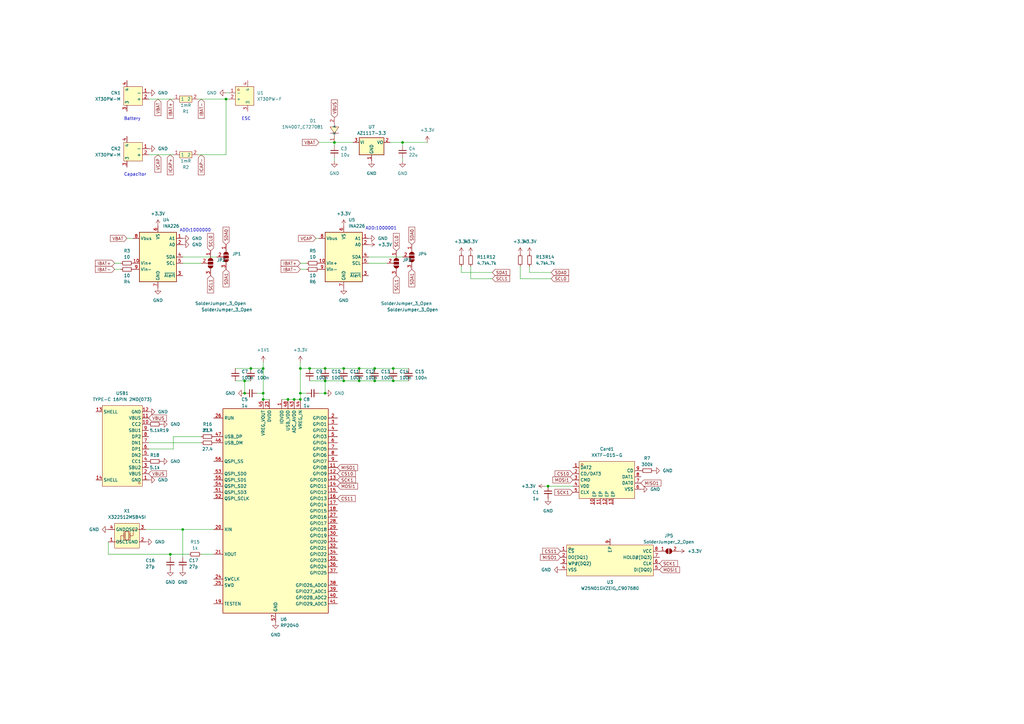
<source format=kicad_sch>
(kicad_sch (version 20230121) (generator eeschema)
  (paper "A3")
  (lib_symbols
    (symbol "Device:C_Small" (pin_numbers hide) (pin_names (offset 0.254) hide)
      (property "Reference" "C" (at 0.254 1.778 0))
      (property "Value" "C_Small" (at 0.254 -2.032 0))
      (symbol "C_Small_0_1"
        (polyline (pts (xy -1.524 -0.508) (xy 1.524 -0.508)) (stroke (width 0.3302)))
        (polyline (pts (xy -1.524 0.508) (xy 1.524 0.508)) (stroke (width 0.3048)))
      )
      (symbol "C_Small_1_1"
        (pin passive line (at 0 2.54 270) (length 2.032) (name "~") (number "1"))
        (pin passive line (at 0 -2.54 90) (length 2.032) (name "~") (number "2"))
      )
    )
    (symbol "Device:R_Small" (pin_numbers hide) (pin_names (offset 0.254) hide)
      (property "Reference" "R" (at 0.762 0.508 0))
      (property "Value" "R_Small" (at 0.762 -1.016 0))
      (symbol "R_Small_0_1"
        (rectangle (start -0.762 1.778) (end 0.762 -1.778) (stroke (width 0.2032)))
      )
      (symbol "R_Small_1_1"
        (pin passive line (at 0 2.54 270) (length 0.762) (name "~") (number "1"))
        (pin passive line (at 0 -2.54 90) (length 0.762) (name "~") (number "2"))
      )
    )
    (symbol "Jumper:SolderJumper_2_Open" (pin_names (offset 0) hide)
      (property "Reference" "JP" (at 0 2.032 0))
      (property "Value" "SolderJumper_2_Open" (at 0 -2.54 0))
      (symbol "SolderJumper_2_Open_0_1"
        (arc (start -0.254 1.016) (mid -1.2656 0) (end -0.254 -1.016))
        (arc (start -0.254 1.016) (mid -1.2656 0) (end -0.254 -1.016) (fill (type outline)))
        (polyline (pts (xy -0.254 1.016) (xy -0.254 -1.016)))
        (polyline (pts (xy 0.254 1.016) (xy 0.254 -1.016)))
        (arc (start 0.254 -1.016) (mid 1.2656 0) (end 0.254 1.016))
        (arc (start 0.254 -1.016) (mid 1.2656 0) (end 0.254 1.016) (fill (type outline)))
      )
      (symbol "SolderJumper_2_Open_1_1"
        (pin passive line (at -3.81 0 0) (length 2.54) (name "A") (number "1"))
        (pin passive line (at 3.81 0 180) (length 2.54) (name "B") (number "2"))
      )
    )
    (symbol "Jumper:SolderJumper_3_Open" (pin_names (offset 0) hide)
      (property "Reference" "JP" (at -2.54 -2.54 0))
      (property "Value" "SolderJumper_3_Open" (at 0 2.794 0))
      (symbol "SolderJumper_3_Open_0_1"
        (arc (start -1.016 1.016) (mid -2.0276 0) (end -1.016 -1.016))
        (arc (start -1.016 1.016) (mid -2.0276 0) (end -1.016 -1.016) (fill (type outline)))
        (rectangle (start -0.508 1.016) (end 0.508 -1.016) (fill (type outline)))
        (polyline (pts (xy -2.54 0) (xy -2.032 0)))
        (polyline (pts (xy -1.016 1.016) (xy -1.016 -1.016)))
        (polyline (pts (xy 0 -1.27) (xy 0 -1.016)))
        (polyline (pts (xy 1.016 1.016) (xy 1.016 -1.016)))
        (polyline (pts (xy 2.54 0) (xy 2.032 0)))
        (arc (start 1.016 -1.016) (mid 2.0276 0) (end 1.016 1.016))
        (arc (start 1.016 -1.016) (mid 2.0276 0) (end 1.016 1.016) (fill (type outline)))
      )
      (symbol "SolderJumper_3_Open_1_1"
        (pin passive line (at -5.08 0 0) (length 2.54) (name "A") (number "1"))
        (pin passive line (at 0 -3.81 90) (length 2.54) (name "C") (number "2"))
        (pin passive line (at 5.08 0 180) (length 2.54) (name "B") (number "3"))
      )
    )
    (symbol "MCU_RaspberryPi:RP2040"
      (property "Reference" "U" (at 17.78 45.72 0))
      (property "Value" "RP2040" (at 17.78 43.18 0))
      (symbol "RP2040_0_1"
        (rectangle (start -21.59 41.91) (end 21.59 -41.91) (stroke (width 0.254)) (fill (type background)))
      )
      (symbol "RP2040_1_1"
        (pin power_in line (at 2.54 45.72 270) (length 3.81) (name "IOVDD") (number "1"))
        (pin passive line (at 2.54 45.72 270) (length 3.81) hide (name "IOVDD") (number "10"))
        (pin bidirectional line (at 25.4 17.78 180) (length 3.81) (name "GPIO8") (number "11"))
        (pin bidirectional line (at 25.4 15.24 180) (length 3.81) (name "GPIO9") (number "12"))
        (pin bidirectional line (at 25.4 12.7 180) (length 3.81) (name "GPIO10") (number "13"))
        (pin bidirectional line (at 25.4 10.16 180) (length 3.81) (name "GPIO11") (number "14"))
        (pin bidirectional line (at 25.4 7.62 180) (length 3.81) (name "GPIO12") (number "15"))
        (pin bidirectional line (at 25.4 5.08 180) (length 3.81) (name "GPIO13") (number "16"))
        (pin bidirectional line (at 25.4 2.54 180) (length 3.81) (name "GPIO14") (number "17"))
        (pin bidirectional line (at 25.4 0 180) (length 3.81) (name "GPIO15") (number "18"))
        (pin input line (at -25.4 -38.1 0) (length 3.81) (name "TESTEN") (number "19"))
        (pin bidirectional line (at 25.4 38.1 180) (length 3.81) (name "GPIO0") (number "2"))
        (pin input line (at -25.4 -7.62 0) (length 3.81) (name "XIN") (number "20"))
        (pin passive line (at -25.4 -17.78 0) (length 3.81) (name "XOUT") (number "21"))
        (pin passive line (at 2.54 45.72 270) (length 3.81) hide (name "IOVDD") (number "22"))
        (pin power_in line (at -2.54 45.72 270) (length 3.81) (name "DVDD") (number "23"))
        (pin input line (at -25.4 -27.94 0) (length 3.81) (name "SWCLK") (number "24"))
        (pin bidirectional line (at -25.4 -30.48 0) (length 3.81) (name "SWD") (number "25"))
        (pin input line (at -25.4 38.1 0) (length 3.81) (name "RUN") (number "26"))
        (pin bidirectional line (at 25.4 -2.54 180) (length 3.81) (name "GPIO16") (number "27"))
        (pin bidirectional line (at 25.4 -5.08 180) (length 3.81) (name "GPIO17") (number "28"))
        (pin bidirectional line (at 25.4 -7.62 180) (length 3.81) (name "GPIO18") (number "29"))
        (pin bidirectional line (at 25.4 35.56 180) (length 3.81) (name "GPIO1") (number "3"))
        (pin bidirectional line (at 25.4 -10.16 180) (length 3.81) (name "GPIO19") (number "30"))
        (pin bidirectional line (at 25.4 -12.7 180) (length 3.81) (name "GPIO20") (number "31"))
        (pin bidirectional line (at 25.4 -15.24 180) (length 3.81) (name "GPIO21") (number "32"))
        (pin passive line (at 2.54 45.72 270) (length 3.81) hide (name "IOVDD") (number "33"))
        (pin bidirectional line (at 25.4 -17.78 180) (length 3.81) (name "GPIO22") (number "34"))
        (pin bidirectional line (at 25.4 -20.32 180) (length 3.81) (name "GPIO23") (number "35"))
        (pin bidirectional line (at 25.4 -22.86 180) (length 3.81) (name "GPIO24") (number "36"))
        (pin bidirectional line (at 25.4 -25.4 180) (length 3.81) (name "GPIO25") (number "37"))
        (pin bidirectional line (at 25.4 -30.48 180) (length 3.81) (name "GPIO26_ADC0") (number "38"))
        (pin bidirectional line (at 25.4 -33.02 180) (length 3.81) (name "GPIO27_ADC1") (number "39"))
        (pin bidirectional line (at 25.4 33.02 180) (length 3.81) (name "GPIO2") (number "4"))
        (pin bidirectional line (at 25.4 -35.56 180) (length 3.81) (name "GPIO28_ADC2") (number "40"))
        (pin bidirectional line (at 25.4 -38.1 180) (length 3.81) (name "GPIO29_ADC3") (number "41"))
        (pin passive line (at 2.54 45.72 270) (length 3.81) hide (name "IOVDD") (number "42"))
        (pin power_in line (at 7.62 45.72 270) (length 3.81) (name "ADC_AVDD") (number "43"))
        (pin power_in line (at 10.16 45.72 270) (length 3.81) (name "VREG_IN") (number "44"))
        (pin power_out line (at -5.08 45.72 270) (length 3.81) (name "VREG_VOUT") (number "45"))
        (pin bidirectional line (at -25.4 27.94 0) (length 3.81) (name "USB_DM") (number "46"))
        (pin bidirectional line (at -25.4 30.48 0) (length 3.81) (name "USB_DP") (number "47"))
        (pin power_in line (at 5.08 45.72 270) (length 3.81) (name "USB_VDD") (number "48"))
        (pin passive line (at 2.54 45.72 270) (length 3.81) hide (name "IOVDD") (number "49"))
        (pin bidirectional line (at 25.4 30.48 180) (length 3.81) (name "GPIO3") (number "5"))
        (pin passive line (at -2.54 45.72 270) (length 3.81) hide (name "DVDD") (number "50"))
        (pin bidirectional line (at -25.4 7.62 0) (length 3.81) (name "QSPI_SD3") (number "51"))
        (pin output line (at -25.4 5.08 0) (length 3.81) (name "QSPI_SCLK") (number "52"))
        (pin bidirectional line (at -25.4 15.24 0) (length 3.81) (name "QSPI_SD0") (number "53"))
        (pin bidirectional line (at -25.4 10.16 0) (length 3.81) (name "QSPI_SD2") (number "54"))
        (pin bidirectional line (at -25.4 12.7 0) (length 3.81) (name "QSPI_SD1") (number "55"))
        (pin bidirectional line (at -25.4 20.32 0) (length 3.81) (name "QSPI_SS") (number "56"))
        (pin power_in line (at 0 -45.72 90) (length 3.81) (name "GND") (number "57"))
        (pin bidirectional line (at 25.4 27.94 180) (length 3.81) (name "GPIO4") (number "6"))
        (pin bidirectional line (at 25.4 25.4 180) (length 3.81) (name "GPIO5") (number "7"))
        (pin bidirectional line (at 25.4 22.86 180) (length 3.81) (name "GPIO6") (number "8"))
        (pin bidirectional line (at 25.4 20.32 180) (length 3.81) (name "GPIO7") (number "9"))
      )
    )
    (symbol "Regulator_Linear:AZ1117-3.3" (pin_names (offset 0.254))
      (property "Reference" "U" (at -3.81 3.175 0))
      (property "Value" "AZ1117-3.3" (at 0 3.175 0))
      (symbol "AZ1117-3.3_0_1"
        (rectangle (start -5.08 1.905) (end 5.08 -5.08) (stroke (width 0.254)) (fill (type background)))
      )
      (symbol "AZ1117-3.3_1_1"
        (pin power_in line (at 0 -7.62 90) (length 2.54) (name "GND") (number "1"))
        (pin power_out line (at 7.62 0 180) (length 2.54) (name "VO") (number "2"))
        (pin power_in line (at -7.62 0 0) (length 2.54) (name "VI") (number "3"))
      )
    )
    (symbol "Sensor_Energy:INA226"
      (property "Reference" "U" (at -6.35 11.43 0))
      (property "Value" "INA226" (at 3.81 11.43 0))
      (symbol "INA226_0_1"
        (rectangle (start 7.62 10.16) (end -7.62 -10.16) (stroke (width 0.254)) (fill (type background)))
      )
      (symbol "INA226_1_1"
        (pin input line (at 10.16 7.62 180) (length 2.54) (name "A1") (number "1"))
        (pin input line (at -10.16 -2.54 0) (length 2.54) (name "Vin+") (number "10"))
        (pin input line (at 10.16 5.08 180) (length 2.54) (name "A0") (number "2"))
        (pin open_collector line (at 10.16 -7.62 180) (length 2.54) (name "~{Alert}") (number "3"))
        (pin bidirectional line (at 10.16 0 180) (length 2.54) (name "SDA") (number "4"))
        (pin input line (at 10.16 -2.54 180) (length 2.54) (name "SCL") (number "5"))
        (pin power_in line (at 0 12.7 270) (length 2.54) (name "VS") (number "6"))
        (pin power_in line (at 0 -12.7 90) (length 2.54) (name "GND") (number "7"))
        (pin input line (at -10.16 7.62 0) (length 2.54) (name "Vbus") (number "8"))
        (pin input line (at -10.16 -5.08 0) (length 2.54) (name "Vin-") (number "9"))
      )
    )
    (symbol "easyeda2kicad:1N4007_C727081"
      (property "Reference" "D" (at 0 5.08 0))
      (property "Value" "1N4007_C727081" (at 0 -5.08 0))
      (symbol "1N4007_C727081_0_1"
        (polyline (pts (xy -1.27 0) (xy -2.54 0)))
        (polyline (pts (xy -1.27 1.78) (xy -1.27 -1.78)))
        (polyline (pts (xy 2.54 0) (xy 1.27 0)))
        (polyline (pts (xy 1.27 1.78) (xy -1.27 0) (xy 1.27 -1.78) (xy 1.27 1.78)) (fill (type background)))
        (pin unspecified line (at -5.08 0 0) (length 2.54) (name "K") (number "1"))
        (pin unspecified line (at 5.08 0 180) (length 2.54) (name "A") (number "2"))
      )
    )
    (symbol "easyeda2kicad:SEWF3920F1L00P9"
      (property "Reference" "R" (at 0 5.08 0))
      (property "Value" "SEWF3920F1L00P9" (at 0 -5.08 0))
      (symbol "SEWF3920F1L00P9_0_1"
        (rectangle (start -2.54 1.27) (end 2.54 -1.27) (fill (type background)))
        (pin unspecified line (at -5.08 0 0) (length 2.54) (name "1") (number "1"))
        (pin unspecified line (at 5.08 0 180) (length 2.54) (name "2") (number "2"))
      )
    )
    (symbol "easyeda2kicad:TYPE-C16PIN2MD(073)"
      (property "Reference" "USB" (at 0 19.05 0))
      (property "Value" "TYPE-C 16PIN 2MD(073)" (at 0 -19.05 0))
      (symbol "TYPE-C16PIN2MD(073)_0_1"
        (rectangle (start -8.89 16.51) (end 7.62 -16.51) (fill (type background)))
        (circle (center -7.62 15.24) (radius 0.38))
        (pin unspecified line (at -11.43 13.97 0) (length 2.54) (name "GND") (number "1"))
        (pin unspecified line (at -11.43 -8.89 0) (length 2.54) (name "CC2") (number "10"))
        (pin unspecified line (at -11.43 -11.43 0) (length 2.54) (name "VBUS") (number "11"))
        (pin unspecified line (at -11.43 -13.97 0) (length 2.54) (name "GND") (number "12"))
        (pin unspecified line (at 10.16 -13.97 180) (length 2.54) (name "SHELL") (number "13"))
        (pin unspecified line (at 10.16 13.97 180) (length 2.54) (name "SHELL") (number "14"))
        (pin unspecified line (at -11.43 11.43 0) (length 2.54) (name "VBUS") (number "2"))
        (pin unspecified line (at -11.43 8.89 0) (length 2.54) (name "SBU2") (number "3"))
        (pin unspecified line (at -11.43 6.35 0) (length 2.54) (name "CC1") (number "4"))
        (pin unspecified line (at -11.43 3.81 0) (length 2.54) (name "DN2") (number "5"))
        (pin unspecified line (at -11.43 1.27 0) (length 2.54) (name "DP1") (number "6"))
        (pin unspecified line (at -11.43 -1.27 0) (length 2.54) (name "DN1") (number "7"))
        (pin unspecified line (at -11.43 -3.81 0) (length 2.54) (name "DP2") (number "8"))
        (pin unspecified line (at -11.43 -6.35 0) (length 2.54) (name "SBU1") (number "9"))
      )
    )
    (symbol "easyeda2kicad:W25N01GVZEIG_C907680"
      (property "Reference" "U" (at 0 13.97 0))
      (property "Value" "W25N01GVZEIG_C907680" (at 0 -8.89 0))
      (symbol "W25N01GVZEIG_C907680_0_1"
        (rectangle (start -17.78 6.35) (end 17.78 -6.35) (fill (type background)))
        (circle (center -16.51 5.08) (radius 0.38))
        (pin unspecified line (at -20.32 3.81 0) (length 2.54) (name "~{CS}") (number "1"))
        (pin unspecified line (at -20.32 1.27 0) (length 2.54) (name "DO(DQ1)") (number "2"))
        (pin unspecified line (at -20.32 -1.27 0) (length 2.54) (name "WP#(DQ2)") (number "3"))
        (pin unspecified line (at -20.32 -3.81 0) (length 2.54) (name "VSS") (number "4"))
        (pin unspecified line (at 20.32 -3.81 180) (length 2.54) (name "DI(DQ0)") (number "5"))
        (pin unspecified line (at 20.32 -1.27 180) (length 2.54) (name "CLK") (number "6"))
        (pin unspecified line (at 20.32 1.27 180) (length 2.54) (name "HOLD#(DQ3)") (number "7"))
        (pin unspecified line (at 20.32 3.81 180) (length 2.54) (name "VCC") (number "8"))
        (pin unspecified line (at 0 8.89 270) (length 2.54) (name "EP") (number "9"))
      )
    )
    (symbol "easyeda2kicad:X322512MSB4SI"
      (property "Reference" "X" (at 0 7.62 0))
      (property "Value" "X322512MSB4SI" (at 0 -7.62 0))
      (symbol "X322512MSB4SI_0_1"
        (rectangle (start -5.08 5.08) (end 5.08 -5.08) (fill (type background)))
        (polyline (pts (xy -1.27 -1.78) (xy -1.27 1.78)))
        (polyline (pts (xy -1.27 -1.02) (xy -1.27 1.02)))
        (polyline (pts (xy 0.76 -1.78) (xy -0.76 -1.78)))
        (polyline (pts (xy 1.27 -1.78) (xy 1.27 1.78)))
        (polyline (pts (xy 1.27 -1.02) (xy 1.27 1.02)))
        (polyline (pts (xy -5.08 -2.54) (xy -2.54 -2.54) (xy -2.54 0) (xy -1.52 0)))
        (polyline (pts (xy -0.76 -1.78) (xy -0.76 1.78) (xy 0.76 1.78) (xy 0.76 -1.78)))
        (polyline (pts (xy 5.08 2.54) (xy 2.54 2.54) (xy 2.54 0) (xy 1.52 0)))
        (polyline (pts (xy 0.76 1.78) (xy 0.76 -1.78) (xy -0.76 -1.78) (xy -0.76 1.78) (xy 0.76 1.78)) (fill (type background)))
        (pin unspecified line (at -7.62 -2.54 0) (length 2.54) (name "OSC1") (number "1"))
        (pin unspecified line (at 7.62 -2.54 180) (length 2.54) (name "GND") (number "2"))
        (pin unspecified line (at 7.62 2.54 180) (length 2.54) (name "OSC2") (number "3"))
        (pin unspecified line (at -7.62 2.54 0) (length 2.54) (name "GND") (number "4"))
      )
    )
    (symbol "easyeda2kicad:XKTF-015-G"
      (property "Reference" "Card" (at 0 12.7 0))
      (property "Value" "XKTF-015-G" (at 0 -12.7 0))
      (symbol "XKTF-015-G_0_1"
        (rectangle (start -11.43 10.16) (end 11.43 -5.08) (fill (type background)))
        (circle (center -10.16 8.89) (radius 0.38))
        (pin unspecified line (at -13.97 7.62 0) (length 2.54) (name "DAT2") (number "1"))
        (pin unspecified line (at -5.08 -7.62 90) (length 2.54) (name "EP") (number "10"))
        (pin unspecified line (at -2.54 -7.62 90) (length 2.54) (name "EP") (number "11"))
        (pin unspecified line (at 0 -7.62 90) (length 2.54) (name "EP") (number "12"))
        (pin unspecified line (at 2.54 -7.62 90) (length 2.54) (name "EP") (number "13"))
        (pin unspecified line (at -13.97 5.08 0) (length 2.54) (name "CD/DAT3") (number "2"))
        (pin unspecified line (at -13.97 2.54 0) (length 2.54) (name "CMD") (number "3"))
        (pin unspecified line (at -13.97 0 0) (length 2.54) (name "VDD") (number "4"))
        (pin unspecified line (at -13.97 -2.54 0) (length 2.54) (name "CLX") (number "5"))
        (pin unspecified line (at 13.97 -1.27 180) (length 2.54) (name "VSS") (number "6"))
        (pin unspecified line (at 13.97 1.27 180) (length 2.54) (name "DAT0") (number "7"))
        (pin unspecified line (at 13.97 3.81 180) (length 2.54) (name "DAT1") (number "8"))
        (pin unspecified line (at 13.97 6.35 180) (length 2.54) (name "CD") (number "9"))
      )
    )
    (symbol "easyeda2kicad:XT30PW-F"
      (property "Reference" "U1" (at 6.35 1.27 0))
      (property "Value" "XT30PW-F" (at 6.35 -1.27 0))
      (symbol "XT30PW-F_0_1"
        (rectangle (start -2.54 3.81) (end 5.08 -3.81) (fill (type background)))
        (circle (center -1.27 2.54) (radius 0.38))
        (pin unspecified line (at 2.54 -6.35 90) (length 2.54) (name "3") (number "3"))
        (pin unspecified line (at 2.54 6.35 270) (length 2.54) (name "4") (number "4"))
      )
      (symbol "XT30PW-F_1_1"
        (pin unspecified line (at -5.08 1.27 0) (length 2.54) (name "-") (number "1"))
        (pin unspecified line (at -5.08 -1.27 0) (length 2.54) (name "+") (number "2"))
      )
    )
    (symbol "easyeda2kicad:XT30PW-M"
      (property "Reference" "CN1" (at -1.27 -6.35 90))
      (property "Value" "XT30PW-M" (at 1.27 -6.35 90))
      (symbol "XT30PW-M_0_1"
        (rectangle (start -3.81 2.54) (end 3.81 -5.08) (fill (type background)))
        (pin unspecified line (at 6.35 -3.81 180) (length 2.54) (name "3") (number "3"))
        (pin unspecified line (at -6.35 -3.81 0) (length 2.54) (name "4") (number "4"))
      )
      (symbol "XT30PW-M_1_1"
        (pin unspecified line (at -1.27 5.08 270) (length 2.54) (name "-") (number "1"))
        (pin unspecified line (at 1.27 5.08 270) (length 2.54) (name "+") (number "2"))
      )
    )
    (symbol "power:+1V1" (power) (pin_names (offset 0))
      (property "Value" "+1V1" (at 0 3.556 0))
      (symbol "+1V1_0_1"
        (polyline (pts (xy -0.762 1.27) (xy 0 2.54)))
        (polyline (pts (xy 0 0) (xy 0 2.54)))
        (polyline (pts (xy 0 2.54) (xy 0.762 1.27)))
      )
      (symbol "+1V1_1_1"
        (pin power_in line (at 0 0 90) (length 0) hide (name "+1V1") (number "1"))
      )
    )
    (symbol "power:+3.3V" (power) (pin_names (offset 0))
      (property "Value" "+3.3V" (at 0 3.556 0))
      (symbol "+3.3V_0_1"
        (polyline (pts (xy -0.762 1.27) (xy 0 2.54)))
        (polyline (pts (xy 0 0) (xy 0 2.54)))
        (polyline (pts (xy 0 2.54) (xy 0.762 1.27)))
      )
      (symbol "+3.3V_1_1"
        (pin power_in line (at 0 0 90) (length 0) hide (name "+3.3V") (number "1"))
      )
    )
    (symbol "power:GND" (power) (pin_names (offset 0))
      (property "Value" "GND" (at 0 -3.81 0))
      (symbol "GND_0_1"
        (polyline (pts (xy 0 0) (xy 0 -1.27) (xy 1.27 -1.27) (xy 0 -2.54) (xy -1.27 -1.27) (xy 0 -1.27)))
      )
      (symbol "GND_1_1"
        (pin power_in line (at 0 0 270) (length 0) hide (name "GND") (number "1"))
      )
    )
  )
  (junction (at 140.97 151.13))
  (junction (at 137.16 58.42))
  (junction (at 100.33 156.21))
  (junction (at 107.95 161.29))
  (junction (at 161.29 151.13))
  (junction (at 123.19 151.13))
  (junction (at 123.19 163.83))
  (junction (at 147.32 151.13))
  (junction (at 92.71 40.64))
  (junction (at 100.33 161.29))
  (junction (at 161.29 156.21))
  (junction (at 140.97 156.21))
  (junction (at 123.19 161.29))
  (junction (at 107.95 151.13))
  (junction (at 102.87 151.13))
  (junction (at 224.79 199.39))
  (junction (at 133.35 151.13))
  (junction (at 74.93 217.17))
  (junction (at 153.67 156.21))
  (junction (at 133.35 156.21))
  (junction (at 147.32 156.21))
  (junction (at 127 151.13))
  (junction (at 133.35 161.29))
  (junction (at 165.1 58.42))
  (junction (at 118.11 163.83))
  (junction (at 107.95 163.83))
  (junction (at 120.65 163.83))
  (junction (at 69.85 227.33))
  (junction (at 153.67 151.13))
  (wire (pts (xy 153.67 151.13) (xy 161.29 151.13)))
  (wire (pts (xy 107.95 161.29) (xy 107.95 163.83)))
  (wire (pts (xy 133.35 151.13) (xy 140.97 151.13)))
  (wire (pts (xy 123.19 110.49) (xy 125.73 110.49)))
  (wire (pts (xy 137.16 64.77) (xy 137.16 66.04)))
  (wire (pts (xy 74.93 217.17) (xy 87.63 217.17)))
  (wire (pts (xy 92.71 63.5) (xy 92.71 40.64)))
  (wire (pts (xy 44.45 227.33) (xy 44.45 222.25)))
  (wire (pts (xy 96.52 151.13) (xy 102.87 151.13)))
  (wire (pts (xy 137.16 59.69) (xy 137.16 58.42)))
  (wire (pts (xy 74.93 217.17) (xy 74.93 228.6)))
  (wire (pts (xy 69.85 227.33) (xy 44.45 227.33)))
  (wire (pts (xy 71.12 184.15) (xy 71.12 179.07)))
  (wire (pts (xy 129.54 97.79) (xy 130.81 97.79)))
  (wire (pts (xy 123.19 161.29) (xy 123.19 163.83)))
  (wire (pts (xy 71.12 63.5) (xy 60.96 63.5)))
  (wire (pts (xy 81.28 40.64) (xy 92.71 40.64)))
  (wire (pts (xy 151.13 107.95) (xy 158.75 107.95)))
  (wire (pts (xy 125.73 161.29) (xy 123.19 161.29)))
  (wire (pts (xy 217.17 111.76) (xy 217.17 109.22)))
  (wire (pts (xy 130.81 58.42) (xy 137.16 58.42)))
  (wire (pts (xy 107.95 163.83) (xy 110.49 163.83)))
  (wire (pts (xy 82.55 227.33) (xy 87.63 227.33)))
  (wire (pts (xy 69.85 228.6) (xy 69.85 227.33)))
  (wire (pts (xy 223.52 199.39) (xy 224.79 199.39)))
  (wire (pts (xy 147.32 156.21) (xy 153.67 156.21)))
  (wire (pts (xy 193.04 109.22) (xy 193.04 114.3)))
  (wire (pts (xy 189.23 111.76) (xy 201.93 111.76)))
  (wire (pts (xy 140.97 151.13) (xy 147.32 151.13)))
  (wire (pts (xy 93.98 40.64) (xy 92.71 40.64)))
  (wire (pts (xy 46.99 110.49) (xy 49.53 110.49)))
  (wire (pts (xy 81.28 63.5) (xy 92.71 63.5)))
  (wire (pts (xy 193.04 114.3) (xy 201.93 114.3)))
  (wire (pts (xy 77.47 227.33) (xy 69.85 227.33)))
  (wire (pts (xy 123.19 163.83) (xy 120.65 163.83)))
  (wire (pts (xy 60.96 184.15) (xy 71.12 184.15)))
  (wire (pts (xy 102.87 151.13) (xy 107.95 151.13)))
  (wire (pts (xy 123.19 151.13) (xy 123.19 161.29)))
  (wire (pts (xy 59.69 217.17) (xy 74.93 217.17)))
  (wire (pts (xy 71.12 179.07) (xy 82.55 179.07)))
  (wire (pts (xy 127 151.13) (xy 133.35 151.13)))
  (wire (pts (xy 123.19 107.95) (xy 125.73 107.95)))
  (wire (pts (xy 153.67 156.21) (xy 161.29 156.21)))
  (wire (pts (xy 147.32 151.13) (xy 153.67 151.13)))
  (wire (pts (xy 74.93 107.95) (xy 82.55 107.95)))
  (wire (pts (xy 100.33 156.21) (xy 100.33 161.29)))
  (wire (pts (xy 226.06 111.76) (xy 217.17 111.76)))
  (wire (pts (xy 93.98 38.1) (xy 92.71 38.1)))
  (wire (pts (xy 88.9 105.41) (xy 74.93 105.41)))
  (wire (pts (xy 140.97 156.21) (xy 147.32 156.21)))
  (wire (pts (xy 118.11 163.83) (xy 115.57 163.83)))
  (wire (pts (xy 60.96 181.61) (xy 82.55 181.61)))
  (wire (pts (xy 133.35 156.21) (xy 140.97 156.21)))
  (wire (pts (xy 123.19 151.13) (xy 127 151.13)))
  (wire (pts (xy 224.79 199.39) (xy 234.95 199.39)))
  (wire (pts (xy 130.81 161.29) (xy 133.35 161.29)))
  (wire (pts (xy 107.95 148.59) (xy 107.95 151.13)))
  (wire (pts (xy 161.29 151.13) (xy 167.64 151.13)))
  (wire (pts (xy 105.41 161.29) (xy 107.95 161.29)))
  (wire (pts (xy 123.19 148.59) (xy 123.19 151.13)))
  (wire (pts (xy 120.65 163.83) (xy 118.11 163.83)))
  (wire (pts (xy 161.29 156.21) (xy 167.64 156.21)))
  (wire (pts (xy 165.1 58.42) (xy 175.26 58.42)))
  (wire (pts (xy 102.87 156.21) (xy 100.33 156.21)))
  (wire (pts (xy 46.99 107.95) (xy 49.53 107.95)))
  (wire (pts (xy 165.1 64.77) (xy 165.1 66.04)))
  (wire (pts (xy 107.95 151.13) (xy 107.95 161.29)))
  (wire (pts (xy 226.06 114.3) (xy 213.36 114.3)))
  (wire (pts (xy 213.36 109.22) (xy 213.36 114.3)))
  (wire (pts (xy 165.1 105.41) (xy 151.13 105.41)))
  (wire (pts (xy 189.23 109.22) (xy 189.23 111.76)))
  (wire (pts (xy 96.52 156.21) (xy 100.33 156.21)))
  (wire (pts (xy 160.02 58.42) (xy 165.1 58.42)))
  (wire (pts (xy 71.12 40.64) (xy 60.96 40.64)))
  (wire (pts (xy 127 156.21) (xy 133.35 156.21)))
  (wire (pts (xy 137.16 58.42) (xy 144.78 58.42)))
  (wire (pts (xy 52.07 97.79) (xy 54.61 97.79)))
  (wire (pts (xy 133.35 161.29) (xy 133.35 156.21)))
  (wire (pts (xy 165.1 59.69) (xy 165.1 58.42)))
  (text "ADD:1000001\n\n" (at 149.86 96.52 0) (effects (font (size 1.27 1.27)) (justify left bottom)))
  (text "ESC\n" (at 99.06 49.53 0) (effects (font (size 1.27 1.27)) (justify left bottom)))
  (text "ADD:1000000\n" (at 73.66 95.25 0) (effects (font (size 1.27 1.27)) (justify left bottom)))
  (text "Battery\n" (at 50.8 49.53 0) (effects (font (size 1.27 1.27)) (justify left bottom)))
  (text "Capacitor\n" (at 50.8 72.39 0) (effects (font (size 1.27 1.27)) (justify left bottom)))
  (global_label "CS10" (shape input) (at 234.95 194.31 180) (property "Intersheetrefs" "${INTERSHEET_REFS}" (effects hide)))
  (global_label "SDA0" (shape input) (at 168.91 100.33 90) (property "Intersheetrefs" "${INTERSHEET_REFS}" (effects hide)))
  (global_label "SCL1" (shape input) (at 86.36 113.03 270) (property "Intersheetrefs" "${INTERSHEET_REFS}" (effects hide)))
  (global_label "SCK1" (shape input) (at 138.43 196.85 0) (property "Intersheetrefs" "${INTERSHEET_REFS}" (effects hide)))
  (global_label "SCL0" (shape input) (at 162.56 102.87 90) (property "Intersheetrefs" "${INTERSHEET_REFS}" (effects hide)))
  (global_label "MISO1" (shape input) (at 138.43 191.77 0) (property "Intersheetrefs" "${INTERSHEET_REFS}" (effects hide)))
  (global_label "IBAT-" (shape input) (at 46.99 110.49 180) (property "Intersheetrefs" "${INTERSHEET_REFS}" (effects hide)))
  (global_label "IBAT+" (shape input) (at 123.19 107.95 180) (property "Intersheetrefs" "${INTERSHEET_REFS}" (effects hide)))
  (global_label "VBAT" (shape input) (at 130.81 58.42 180) (property "Intersheetrefs" "${INTERSHEET_REFS}" (effects hide)))
  (global_label "SCL0" (shape input) (at 86.36 102.87 90) (property "Intersheetrefs" "${INTERSHEET_REFS}" (effects hide)))
  (global_label "CS11" (shape input) (at 138.43 204.47 0) (property "Intersheetrefs" "${INTERSHEET_REFS}" (effects hide)))
  (global_label "IBAT+" (shape input) (at 46.99 107.95 180) (property "Intersheetrefs" "${INTERSHEET_REFS}" (effects hide)))
  (global_label "CS11" (shape input) (at 229.87 226.06 180) (property "Intersheetrefs" "${INTERSHEET_REFS}" (effects hide)))
  (global_label "ICAP-" (shape input) (at 82.55 63.5 270) (property "Intersheetrefs" "${INTERSHEET_REFS}" (effects hide)))
  (global_label "SCK1" (shape input) (at 270.51 231.14 0) (property "Intersheetrefs" "${INTERSHEET_REFS}" (effects hide)))
  (global_label "SCL1" (shape input) (at 162.56 113.03 270) (property "Intersheetrefs" "${INTERSHEET_REFS}" (effects hide)))
  (global_label "VCAP" (shape input) (at 64.77 63.5 270) (property "Intersheetrefs" "${INTERSHEET_REFS}" (effects hide)))
  (global_label "SDA0" (shape input) (at 92.71 100.33 90) (property "Intersheetrefs" "${INTERSHEET_REFS}" (effects hide)))
  (global_label "VBUS" (shape input) (at 137.16 48.26 90) (property "Intersheetrefs" "${INTERSHEET_REFS}" (effects hide)))
  (global_label "SDA1" (shape input) (at 168.91 110.49 270) (property "Intersheetrefs" "${INTERSHEET_REFS}" (effects hide)))
  (global_label "MOSI1" (shape input) (at 270.51 233.68 0) (property "Intersheetrefs" "${INTERSHEET_REFS}" (effects hide)))
  (global_label "SCL0" (shape input) (at 226.06 114.3 0) (property "Intersheetrefs" "${INTERSHEET_REFS}" (effects hide)))
  (global_label "ICAP+" (shape input) (at 69.85 63.5 270) (property "Intersheetrefs" "${INTERSHEET_REFS}" (effects hide)))
  (global_label "MISO1" (shape input) (at 229.87 228.6 180) (property "Intersheetrefs" "${INTERSHEET_REFS}" (effects hide)))
  (global_label "MISO1" (shape input) (at 262.89 198.12 0) (property "Intersheetrefs" "${INTERSHEET_REFS}" (effects hide)))
  (global_label "VBAT" (shape input) (at 52.07 97.79 180) (property "Intersheetrefs" "${INTERSHEET_REFS}" (effects hide)))
  (global_label "IBAT+" (shape input) (at 69.85 40.64 270) (property "Intersheetrefs" "${INTERSHEET_REFS}" (effects hide)))
  (global_label "IBAT-" (shape input) (at 82.55 40.64 270) (property "Intersheetrefs" "${INTERSHEET_REFS}" (effects hide)))
  (global_label "IBAT-" (shape input) (at 123.19 110.49 180) (property "Intersheetrefs" "${INTERSHEET_REFS}" (effects hide)))
  (global_label "VCAP" (shape input) (at 129.54 97.79 180) (property "Intersheetrefs" "${INTERSHEET_REFS}" (effects hide)))
  (global_label "SCK1" (shape input) (at 234.95 201.93 180) (property "Intersheetrefs" "${INTERSHEET_REFS}" (effects hide)))
  (global_label "SCL1" (shape input) (at 201.93 114.3 0) (property "Intersheetrefs" "${INTERSHEET_REFS}" (effects hide)))
  (global_label "SDA1" (shape input) (at 92.71 110.49 270) (property "Intersheetrefs" "${INTERSHEET_REFS}" (effects hide)))
  (global_label "VBAT" (shape input) (at 64.77 40.64 270) (property "Intersheetrefs" "${INTERSHEET_REFS}" (effects hide)))
  (global_label "VBUS" (shape input) (at 60.96 194.31 0) (property "Intersheetrefs" "${INTERSHEET_REFS}" (effects hide)))
  (global_label "MOSI1" (shape input) (at 138.43 199.39 0) (property "Intersheetrefs" "${INTERSHEET_REFS}" (effects hide)))
  (global_label "MOSI1" (shape input) (at 234.95 196.85 180) (property "Intersheetrefs" "${INTERSHEET_REFS}" (effects hide)))
  (global_label "CS10" (shape input) (at 138.43 194.31 0) (property "Intersheetrefs" "${INTERSHEET_REFS}" (effects hide)))
  (global_label "SDA1" (shape input) (at 201.93 111.76 0) (property "Intersheetrefs" "${INTERSHEET_REFS}" (effects hide)))
  (global_label "SDA0" (shape input) (at 226.06 111.76 0) (property "Intersheetrefs" "${INTERSHEET_REFS}" (effects hide)))
  (global_label "VBUS" (shape input) (at 60.96 171.45 0) (property "Intersheetrefs" "${INTERSHEET_REFS}" (effects hide)))
  (symbol (lib_id "power:GND") (at 60.96 168.91 90) (unit 1)
    (property "Reference" "#PWR038" (effects hide))
    (property "Value" "GND" (at 64.77 168.91 90) (effects (justify right)))
  )
  (symbol (lib_id "Device:C_Small") (at 69.85 231.14 180) (unit 1)
    (property "Reference" "C16" (at 59.69 229.87 0) (effects (justify right)))
    (property "Value" "27p" (at 59.69 232.41 0) (effects (justify right)))
    (property "Footprint" "Capacitor_SMD:C_0603_1608Metric" (effects hide))
  )
  (symbol (lib_id "power:+3.3V") (at 213.36 104.14 0) (unit 1)
    (property "Reference" "#PWR024" (effects hide))
    (property "Value" "+3.3V" (at 213.36 99.06 0))
  )
  (symbol (lib_id "Device:C_Small") (at 137.16 62.23 0) (unit 1)
    (property "Reference" "C3" (at 139.7 60.9663 0) (effects (justify left)))
    (property "Value" "10u" (at 139.7 63.5063 0) (effects (justify left)))
    (property "Footprint" "Capacitor_SMD:C_0603_1608Metric" (effects hide))
  )
  (symbol (lib_id "power:GND") (at 74.93 97.79 90) (unit 1)
    (property "Reference" "#PWR016" (effects hide))
    (property "Value" "GND" (at 78.74 97.79 90) (effects (justify right)))
  )
  (symbol (lib_id "Device:C_Small") (at 153.67 153.67 0) (unit 1)
    (property "Reference" "C13" (at 156.21 152.4063 0) (effects (justify left)))
    (property "Value" "100n" (at 156.21 154.9463 0) (effects (justify left)))
    (property "Footprint" "Capacitor_SMD:C_0603_1608Metric" (effects hide))
  )
  (symbol (lib_id "Device:R_Small") (at 85.09 181.61 90) (unit 1)
    (property "Reference" "R17" (at 85.09 176.53 90))
    (property "Value" "27.4" (at 85.09 184.15 90))
    (property "Footprint" "Resistor_SMD:R_0603_1608Metric" (effects hide))
  )
  (symbol (lib_id "power:GND") (at 224.79 204.47 0) (unit 1)
    (property "Reference" "#PWR05" (effects hide))
    (property "Value" "GND" (at 224.79 209.55 0))
  )
  (symbol (lib_id "easyeda2kicad:1N4007_C727081") (at 137.16 53.34 90) (unit 1)
    (property "Reference" "D1" (at 127 49.53 90) (effects (justify right)))
    (property "Value" "1N4007_C727081" (at 115.57 52.07 90) (effects (justify right)))
    (property "Footprint" "easyeda2kicad:SMA_L4.3-W2.5-LS5.0-RD" (effects hide))
    (property "Datasheet" "https://lcsc.com/product-detail/Diodes-General-Purpose_TWGMC-1N4007_C727081.html" (effects hide))
    (property "LCSC Part" "C727081" (effects hide))
  )
  (symbol (lib_id "Device:C_Small") (at 74.93 231.14 180) (unit 1)
    (property "Reference" "C17" (at 77.47 229.87 0) (effects (justify right)))
    (property "Value" "27p" (at 77.47 232.41 0) (effects (justify right)))
    (property "Footprint" "Capacitor_SMD:C_0603_1608Metric" (effects hide))
  )
  (symbol (lib_id "Device:R_Small") (at 52.07 110.49 90) (unit 1)
    (property "Reference" "R4" (at 52.07 115.57 90))
    (property "Value" "10" (at 52.07 113.03 90))
    (property "Footprint" "Resistor_SMD:R_0603_1608Metric" (effects hide))
  )
  (symbol (lib_id "power:GND") (at 60.96 196.85 90) (unit 1)
    (property "Reference" "#PWR037" (effects hide))
    (property "Value" "GND" (at 64.77 196.85 90) (effects (justify right)))
  )
  (symbol (lib_id "power:GND") (at 44.45 217.17 270) (unit 1)
    (property "Reference" "#PWR036" (effects hide))
    (property "Value" "GND" (at 40.64 217.17 90) (effects (justify right)))
  )
  (symbol (lib_id "easyeda2kicad:TYPE-C16PIN2MD(073)") (at 49.53 182.88 180) (unit 1)
    (property "Reference" "USB1" (at 50.165 161.29 0))
    (property "Value" "TYPE-C 16PIN 2MD(073)" (at 50.165 163.83 0))
    (property "Footprint" "easyeda2kicad:USB-C-SMD_TYPE-C-6PIN-2MD-073" (effects hide))
    (property "LCSC Part" "C2765186" (effects hide))
  )
  (symbol (lib_id "Device:C_Small") (at 147.32 153.67 0) (unit 1)
    (property "Reference" "C12" (at 149.86 152.4063 0) (effects (justify left)))
    (property "Value" "100n" (at 149.86 154.9463 0) (effects (justify left)))
    (property "Footprint" "Capacitor_SMD:C_0603_1608Metric" (effects hide))
  )
  (symbol (lib_id "Sensor_Energy:INA226") (at 140.97 105.41 0) (unit 1)
    (property "Reference" "U5" (at 142.9259 90.17 0) (effects (justify left)))
    (property "Value" "INA226" (at 142.9259 92.71 0) (effects (justify left)))
    (property "Footprint" "Package_SO:VSSOP-10_3x3mm_P0.5mm" (effects hide))
    (property "Datasheet" "http://www.ti.com/lit/ds/symlink/ina226.pdf" (effects hide))
  )
  (symbol (lib_id "power:GND") (at 60.96 60.96 90) (unit 1)
    (property "Reference" "#PWR02" (effects hide))
    (property "Value" "GND" (at 64.77 60.96 90) (effects (justify right)))
  )
  (symbol (lib_id "Jumper:SolderJumper_3_Open") (at 92.71 105.41 270) (unit 1)
    (property "Reference" "JP1" (at 95.25 104.14 90) (effects (justify left)))
    (property "Value" "SolderJumper_3_Open" (at 80.01 124.46 90) (effects (justify left)))
    (property "Footprint" "Jumper:SolderJumper-3_P1.3mm_Open_Pad1.0x1.5mm" (effects hide))
  )
  (symbol (lib_id "Device:R_Small") (at 85.09 179.07 90) (unit 1)
    (property "Reference" "R16" (at 85.09 173.99 90))
    (property "Value" "27.4" (at 85.09 176.53 90))
    (property "Footprint" "Resistor_SMD:R_0603_1608Metric" (effects hide))
  )
  (symbol (lib_id "power:GND") (at 74.93 100.33 90) (unit 1)
    (property "Reference" "#PWR017" (effects hide))
    (property "Value" "GND" (at 78.74 100.33 90) (effects (justify right)))
  )
  (symbol (lib_id "MCU_RaspberryPi:RP2040") (at 113.03 209.55 0) (unit 1)
    (property "Reference" "U6" (at 114.9859 254 0) (effects (justify left)))
    (property "Value" "RP2040" (at 114.9859 256.54 0) (effects (justify left)))
    (property "Footprint" "Package_DFN_QFN:QFN-56-1EP_7x7mm_P0.4mm_EP3.2x3.2mm" (effects hide))
    (property "Datasheet" "https://datasheets.raspberrypi.com/rp2040/rp2040-datasheet.pdf" (effects hide))
  )
  (symbol (lib_id "easyeda2kicad:W25N01GVZEIG_C907680") (at 250.19 229.87 0) (unit 1)
    (property "Reference" "U3" (at 250.19 238.76 0))
    (property "Value" "W25N01GVZEIG_C907680" (at 250.19 241.3 0))
    (property "Footprint" "easyeda2kicad:WSON-8_L8.0-W6.10-P1.27-BL-EP" (effects hide))
    (property "Datasheet" "https://lcsc.com/product-detail/FLASH_Winbond-Elec-W25N01GVZEIG_C907680.html" (effects hide))
    (property "LCSC Part" "C907680" (effects hide))
  )
  (symbol (lib_id "Device:R_Small") (at 52.07 107.95 90) (unit 1)
    (property "Reference" "R3" (at 52.07 102.87 90))
    (property "Value" "10" (at 52.07 105.41 90))
    (property "Footprint" "Resistor_SMD:R_0603_1608Metric" (effects hide))
  )
  (symbol (lib_id "easyeda2kicad:XKTF-015-G") (at 248.92 199.39 0) (unit 1)
    (property "Reference" "Card1" (at 248.92 184.15 0))
    (property "Value" "XKTF-015-G" (at 248.92 186.69 0))
    (property "Footprint" "easyeda2kicad:TF-SMD_XKTF-015-N" (effects hide))
    (property "LCSC Part" "C1121874" (effects hide))
  )
  (symbol (lib_id "power:+3.3V") (at 123.19 148.59 0) (unit 1)
    (property "Reference" "#PWR026" (effects hide))
    (property "Value" "+3.3V" (at 123.19 143.51 0))
  )
  (symbol (lib_id "power:GND") (at 113.03 255.27 0) (unit 1)
    (property "Reference" "#PWR027" (effects hide))
    (property "Value" "GND" (at 113.03 260.35 0))
  )
  (symbol (lib_id "Device:R_Small") (at 217.17 106.68 0) (unit 1)
    (property "Reference" "R14" (at 223.52 105.41 0) (effects (justify left)))
    (property "Value" "4.7k" (at 223.52 107.95 0) (effects (justify left)))
    (property "Footprint" "Resistor_SMD:R_0603_1608Metric" (effects hide))
  )
  (symbol (lib_id "power:GND") (at 267.97 193.04 90) (unit 1)
    (property "Reference" "#PWR06" (effects hide))
    (property "Value" "GND" (at 271.78 193.04 90) (effects (justify right)))
  )
  (symbol (lib_id "easyeda2kicad:X322512MSB4SI") (at 52.07 219.71 0) (unit 1)
    (property "Reference" "X1" (at 52.07 209.55 0))
    (property "Value" "X322512MSB4SI" (at 52.07 212.09 0))
    (property "Footprint" "easyeda2kicad:OSC-SMD_4P-L3.2-W2.5-BL" (effects hide))
    (property "Datasheet" "https://lcsc.com/product-detail/SMD-Crystals_YSX321SL-12MHZ-20PF-10PPM-40-85_C9002.html" (effects hide))
    (property "LCSC Part" "C9002" (effects hide))
  )
  (symbol (lib_id "power:+1V1") (at 107.95 148.59 0) (unit 1)
    (property "Reference" "#PWR028" (effects hide))
    (property "Value" "+1V1" (at 107.95 143.51 0))
  )
  (symbol (lib_id "easyeda2kicad:XT30PW-M") (at 55.88 62.23 270) (unit 1)
    (property "Reference" "CN2" (at 49.53 60.96 90) (effects (justify right)))
    (property "Value" "XT30PW-M" (at 49.53 63.5 90) (effects (justify right)))
    (property "Footprint" "easyeda2kicad:CONN-TH_XT30PW-M" (effects hide))
    (property "Datasheet" "https://lcsc.com/product-detail/New-Arrivals_Changzhou-Amass-Elec-XT30PW-MMale-head_C431092.html" (effects hide))
    (property "LCSC Part" "C431092" (effects hide))
  )
  (symbol (lib_id "Device:R_Small") (at 63.5 173.99 90) (unit 1)
    (property "Reference" "R19" (at 67.31 176.53 90))
    (property "Value" "5.1k" (at 63.5 176.53 90))
    (property "Footprint" "Resistor_SMD:R_0603_1608Metric" (effects hide))
  )
  (symbol (lib_id "Device:C_Small") (at 165.1 62.23 0) (unit 1)
    (property "Reference" "C4" (at 167.64 60.9663 0) (effects (justify left)))
    (property "Value" "22u" (at 167.64 63.5063 0) (effects (justify left)))
    (property "Footprint" "Capacitor_SMD:C_0603_1608Metric" (effects hide))
  )
  (symbol (lib_id "power:+3.3V") (at 151.13 100.33 270) (unit 1)
    (property "Reference" "#PWR019" (effects hide))
    (property "Value" "+3.3V" (at 154.94 100.33 90) (effects (justify left)))
  )
  (symbol (lib_id "power:GND") (at 74.93 233.68 0) (unit 1)
    (property "Reference" "#PWR033" (effects hide))
    (property "Value" "GND" (at 74.93 238.76 0))
  )
  (symbol (lib_id "Device:C_Small") (at 127 153.67 0) (unit 1)
    (property "Reference" "C9" (at 129.54 152.4063 0) (effects (justify left)))
    (property "Value" "100n" (at 129.54 154.9463 0) (effects (justify left)))
    (property "Footprint" "Capacitor_SMD:C_0603_1608Metric" (effects hide))
  )
  (symbol (lib_id "power:GND") (at 165.1 66.04 0) (unit 1)
    (property "Reference" "#PWR010" (effects hide))
    (property "Value" "GND" (at 165.1 71.12 0))
  )
  (symbol (lib_id "Device:R_Small") (at 213.36 106.68 0) (unit 1)
    (property "Reference" "R13" (at 219.71 105.41 0) (effects (justify left)))
    (property "Value" "4.7k" (at 219.71 107.95 0) (effects (justify left)))
    (property "Footprint" "Resistor_SMD:R_0603_1608Metric" (effects hide))
  )
  (symbol (lib_id "power:GND") (at 64.77 118.11 0) (unit 1)
    (property "Reference" "#PWR014" (effects hide))
    (property "Value" "GND" (at 64.77 123.19 0))
  )
  (symbol (lib_id "Jumper:SolderJumper_2_Open") (at 274.32 226.06 0) (unit 1)
    (property "Reference" "JP5" (at 274.32 219.71 0))
    (property "Value" "SolderJumper_2_Open" (at 274.32 222.25 0))
    (property "Footprint" "Jumper:SolderJumper-2_P1.3mm_Open_Pad1.0x1.5mm" (effects hide))
  )
  (symbol (lib_id "Jumper:SolderJumper_3_Open") (at 168.91 105.41 270) (unit 1)
    (property "Reference" "JP4" (at 171.45 104.14 90) (effects (justify left)))
    (property "Value" "SolderJumper_3_Open" (at 156.21 124.46 90) (effects (justify left)))
    (property "Footprint" "Jumper:SolderJumper-3_P1.3mm_Open_Pad1.0x1.5mm" (effects hide))
  )
  (symbol (lib_id "power:GND") (at 137.16 66.04 0) (unit 1)
    (property "Reference" "#PWR08" (effects hide))
    (property "Value" "GND" (at 137.16 71.12 0))
  )
  (symbol (lib_id "Device:R_Small") (at 189.23 106.68 0) (unit 1)
    (property "Reference" "R11" (at 195.58 105.41 0) (effects (justify left)))
    (property "Value" "4.7k" (at 195.58 107.95 0) (effects (justify left)))
    (property "Footprint" "Resistor_SMD:R_0603_1608Metric" (effects hide))
  )
  (symbol (lib_id "power:+3.3V") (at 278.13 226.06 270) (unit 1)
    (property "Reference" "#PWR04" (effects hide))
    (property "Value" "+3.3V" (at 281.94 226.06 90) (effects (justify left)))
  )
  (symbol (lib_id "power:GND") (at 151.13 97.79 90) (unit 1)
    (property "Reference" "#PWR018" (effects hide))
    (property "Value" "GND" (at 154.94 97.79 90) (effects (justify right)))
  )
  (symbol (lib_id "Device:C_Small") (at 102.87 153.67 0) (unit 1)
    (property "Reference" "C6" (at 105.41 152.4063 0) (effects (justify left)))
    (property "Value" "100n" (at 105.41 154.9463 0) (effects (justify left)))
    (property "Footprint" "Capacitor_SMD:C_0603_1608Metric" (effects hide))
  )
  (symbol (lib_id "Device:R_Small") (at 193.04 106.68 0) (unit 1)
    (property "Reference" "R12" (at 199.39 105.41 0) (effects (justify left)))
    (property "Value" "4.7k" (at 199.39 107.95 0) (effects (justify left)))
    (property "Footprint" "Resistor_SMD:R_0603_1608Metric" (effects hide))
  )
  (symbol (lib_id "Regulator_Linear:AZ1117-3.3") (at 152.4 58.42 0) (unit 1)
    (property "Reference" "U7" (at 152.4 52.07 0))
    (property "Value" "AZ1117-3.3" (at 152.4 54.61 0))
    (property "Footprint" "Package_TO_SOT_SMD:SOT-89-3" (effects hide))
    (property "Datasheet" "https://www.diodes.com/assets/Datasheets/AZ1117.pdf" (effects hide))
  )
  (symbol (lib_id "power:GND") (at 60.96 38.1 90) (unit 1)
    (property "Reference" "#PWR01" (effects hide))
    (property "Value" "GND" (at 64.77 38.1 90) (effects (justify right)))
  )
  (symbol (lib_id "Device:C_Small") (at 102.87 161.29 90) (unit 1)
    (property "Reference" "C5" (at 100.33 163.83 90))
    (property "Value" "1u" (at 100.33 166.37 90))
    (property "Footprint" "Capacitor_SMD:C_0603_1608Metric" (effects hide))
  )
  (symbol (lib_id "power:GND") (at 229.87 233.68 270) (unit 1)
    (property "Reference" "#PWR032" (effects hide))
    (property "Value" "GND" (at 226.06 233.68 90) (effects (justify right)))
  )
  (symbol (lib_id "power:GND") (at 69.85 233.68 0) (unit 1)
    (property "Reference" "#PWR034" (effects hide))
    (property "Value" "GND" (at 69.85 238.76 0))
  )
  (symbol (lib_id "Device:R_Small") (at 63.5 189.23 90) (unit 1)
    (property "Reference" "R18" (at 63.5 186.69 90))
    (property "Value" "5.1k" (at 63.5 191.77 90))
    (property "Footprint" "Resistor_SMD:R_0603_1608Metric" (effects hide))
  )
  (symbol (lib_id "Device:R_Small") (at 128.27 107.95 90) (unit 1)
    (property "Reference" "R5" (at 128.27 102.87 90))
    (property "Value" "10" (at 128.27 105.41 90))
    (property "Footprint" "Resistor_SMD:R_0603_1608Metric" (effects hide))
  )
  (symbol (lib_id "Sensor_Energy:INA226") (at 64.77 105.41 0) (unit 1)
    (property "Reference" "U4" (at 66.7259 90.17 0) (effects (justify left)))
    (property "Value" "INA226" (at 66.7259 92.71 0) (effects (justify left)))
    (property "Footprint" "Package_SO:VSSOP-10_3x3mm_P0.5mm" (effects hide))
    (property "Datasheet" "http://www.ti.com/lit/ds/symlink/ina226.pdf" (effects hide))
  )
  (symbol (lib_id "power:+3.3V") (at 189.23 104.14 0) (unit 1)
    (property "Reference" "#PWR022" (effects hide))
    (property "Value" "+3.3V" (at 189.23 99.06 0))
  )
  (symbol (lib_id "Device:C_Small") (at 167.64 153.67 0) (unit 1)
    (property "Reference" "C15" (at 170.18 152.4063 0) (effects (justify left)))
    (property "Value" "100n" (at 170.18 154.9463 0) (effects (justify left)))
    (property "Footprint" "Capacitor_SMD:C_0603_1608Metric" (effects hide))
  )
  (symbol (lib_id "power:GND") (at 152.4 66.04 0) (unit 1)
    (property "Reference" "#PWR09" (effects hide))
    (property "Value" "GND" (at 152.4 71.12 0))
  )
  (symbol (lib_id "Device:R_Small") (at 265.43 193.04 90) (unit 1)
    (property "Reference" "R7" (at 265.43 187.96 90))
    (property "Value" "300k" (at 265.43 190.5 90))
    (property "Footprint" "Resistor_SMD:R_0603_1608Metric" (effects hide))
  )
  (symbol (lib_id "Device:R_Small") (at 128.27 110.49 90) (unit 1)
    (property "Reference" "R6" (at 128.27 115.57 90))
    (property "Value" "10" (at 128.27 113.03 90))
    (property "Footprint" "Resistor_SMD:R_0603_1608Metric" (effects hide))
  )
  (symbol (lib_id "power:+3.3V") (at 223.52 199.39 90) (unit 1)
    (property "Reference" "#PWR021" (effects hide))
    (property "Value" "+3.3V" (at 219.71 199.39 90) (effects (justify left)))
  )
  (symbol (lib_id "power:+3.3V") (at 217.17 104.14 0) (unit 1)
    (property "Reference" "#PWR025" (effects hide))
    (property "Value" "+3.3V" (at 217.17 99.06 0))
  )
  (symbol (lib_id "power:+3.3V") (at 140.97 92.71 0) (unit 1)
    (property "Reference" "#PWR013" (effects hide))
    (property "Value" "+3.3V" (at 140.97 87.63 0))
  )
  (symbol (lib_id "power:+3.3V") (at 175.26 58.42 0) (unit 1)
    (property "Reference" "#PWR011" (effects hide))
    (property "Value" "+3.3V" (at 175.26 53.34 0))
  )
  (symbol (lib_id "Device:C_Small") (at 96.52 153.67 0) (unit 1)
    (property "Reference" "C7" (at 99.06 152.4063 0) (effects (justify left)))
    (property "Value" "100n" (at 99.06 154.9463 0) (effects (justify left)))
    (property "Footprint" "Capacitor_SMD:C_0603_1608Metric" (effects hide))
  )
  (symbol (lib_id "easyeda2kicad:SEWF3920F1L00P9") (at 76.2 63.5 0) (unit 1)
    (property "Reference" "R2" (at 76.2 68.58 0))
    (property "Value" "1mR" (at 76.2 66.04 0))
    (property "Footprint" "easyeda2kicad:R3920" (effects hide))
    (property "LCSC Part" "C5224161" (effects hide))
  )
  (symbol (lib_id "easyeda2kicad:SEWF3920F1L00P9") (at 76.2 40.64 0) (unit 1)
    (property "Reference" "R1" (at 76.2 45.72 0))
    (property "Value" "1mR" (at 76.2 43.18 0))
    (property "Footprint" "easyeda2kicad:R3920" (effects hide))
    (property "LCSC Part" "C5224161" (effects hide))
  )
  (symbol (lib_id "Device:C_Small") (at 128.27 161.29 90) (unit 1)
    (property "Reference" "C8" (at 125.73 163.83 90))
    (property "Value" "1u" (at 125.73 166.37 90))
    (property "Footprint" "Capacitor_SMD:C_0603_1608Metric" (effects hide))
  )
  (symbol (lib_id "power:GND") (at 66.04 189.23 90) (unit 1)
    (property "Reference" "#PWR040" (effects hide))
    (property "Value" "GND" (at 69.85 189.23 90) (effects (justify right)))
  )
  (symbol (lib_id "Jumper:SolderJumper_3_Open") (at 162.56 107.95 270) (unit 1)
    (property "Reference" "JP3" (at 165.1 106.68 90) (effects (justify left)))
    (property "Value" "SolderJumper_3_Open" (at 158.75 127 90) (effects (justify left)))
    (property "Footprint" "Jumper:SolderJumper-3_P1.3mm_Open_Pad1.0x1.5mm" (effects hide))
  )
  (symbol (lib_id "Jumper:SolderJumper_3_Open") (at 86.36 107.95 270) (unit 1)
    (property "Reference" "JP2" (at 88.9 106.68 90) (effects (justify left)))
    (property "Value" "SolderJumper_3_Open" (at 82.55 127 90) (effects (justify left)))
    (property "Footprint" "Jumper:SolderJumper-3_P1.3mm_Open_Pad1.0x1.5mm" (effects hide))
  )
  (symbol (lib_id "Device:C_Small") (at 161.29 153.67 0) (unit 1)
    (property "Reference" "C14" (at 163.83 152.4063 0) (effects (justify left)))
    (property "Value" "100n" (at 163.83 154.9463 0) (effects (justify left)))
    (property "Footprint" "Capacitor_SMD:C_0603_1608Metric" (effects hide))
  )
  (symbol (lib_id "power:+3.3V") (at 193.04 104.14 0) (unit 1)
    (property "Reference" "#PWR023" (effects hide))
    (property "Value" "+3.3V" (at 193.04 99.06 0))
  )
  (symbol (lib_id "power:GND") (at 262.89 200.66 90) (unit 1)
    (property "Reference" "#PWR020" (effects hide))
    (property "Value" "GND" (at 266.7 200.66 90) (effects (justify right)))
  )
  (symbol (lib_id "power:GND") (at 140.97 118.11 0) (unit 1)
    (property "Reference" "#PWR015" (effects hide))
    (property "Value" "GND" (at 140.97 123.19 0))
  )
  (symbol (lib_id "power:GND") (at 66.04 173.99 90) (unit 1)
    (property "Reference" "#PWR039" (effects hide))
    (property "Value" "GND" (at 69.85 173.99 90) (effects (justify right)))
  )
  (symbol (lib_id "easyeda2kicad:XT30PW-M") (at 55.88 39.37 270) (unit 1)
    (property "Reference" "CN1" (at 49.53 38.1 90) (effects (justify right)))
    (property "Value" "XT30PW-M" (at 49.53 40.64 90) (effects (justify right)))
    (property "Footprint" "easyeda2kicad:CONN-TH_XT30PW-M" (effects hide))
    (property "Datasheet" "https://lcsc.com/product-detail/New-Arrivals_Changzhou-Amass-Elec-XT30PW-MMale-head_C431092.html" (effects hide))
    (property "LCSC Part" "C431092" (effects hide))
  )
  (symbol (lib_id "Device:R_Small") (at 80.01 227.33 90) (unit 1)
    (property "Reference" "R15" (at 80.01 222.25 90))
    (property "Value" "1k" (at 80.01 224.79 90))
    (property "Footprint" "Resistor_SMD:R_0603_1608Metric" (effects hide))
  )
  (symbol (lib_id "power:GND") (at 59.69 222.25 90) (unit 1)
    (property "Reference" "#PWR035" (effects hide))
    (property "Value" "GND" (at 63.5 222.25 90) (effects (justify right)))
  )
  (symbol (lib_id "power:GND") (at 100.33 161.29 270) (unit 1)
    (property "Reference" "#PWR029" (effects hide))
    (property "Value" "GND" (at 96.52 161.29 90) (effects (justify right)))
  )
  (symbol (lib_id "Device:C_Small") (at 140.97 153.67 0) (unit 1)
    (property "Reference" "C11" (at 143.51 152.4063 0) (effects (justify left)))
    (property "Value" "100n" (at 143.51 154.9463 0) (effects (justify left)))
    (property "Footprint" "Capacitor_SMD:C_0603_1608Metric" (effects hide))
  )
  (symbol (lib_id "power:+3.3V") (at 64.77 92.71 0) (unit 1)
    (property "Reference" "#PWR012" (effects hide))
    (property "Value" "+3.3V" (at 64.77 87.63 0))
  )
  (symbol (lib_id "Device:C_Small") (at 224.79 201.93 0) (unit 1)
    (property "Reference" "C1" (at 218.44 201.93 0) (effects (justify left)))
    (property "Value" "1u" (at 218.44 204.47 0) (effects (justify left)))
    (property "Footprint" "Capacitor_SMD:C_0603_1608Metric" (effects hide))
  )
  (symbol (lib_id "power:GND") (at 92.71 38.1 270) (unit 1)
    (property "Reference" "#PWR03" (effects hide))
    (property "Value" "GND" (at 88.9 38.1 90) (effects (justify right)))
  )
  (symbol (lib_id "Device:C_Small") (at 133.35 153.67 0) (unit 1)
    (property "Reference" "C10" (at 135.89 152.4063 0) (effects (justify left)))
    (property "Value" "100n" (at 135.89 154.9463 0) (effects (justify left)))
    (property "Footprint" "Capacitor_SMD:C_0603_1608Metric" (effects hide))
  )
  (symbol (lib_id "easyeda2kicad:XT30PW-F") (at 99.06 39.37 0) (unit 1)
    (property "Reference" "U1" (at 105.41 38.1 0) (effects (justify left)))
    (property "Value" "XT30PW-F" (at 105.41 40.64 0) (effects (justify left)))
    (property "Footprint" "easyeda2kicad:CONN-TH_XT30PW-F-1" (effects hide))
    (property "LCSC Part" "C2913282" (effects hide))
  )
  (symbol (lib_id "power:GND") (at 133.35 161.29 90) (unit 1)
    (property "Reference" "#PWR030" (effects hide))
    (property "Value" "GND" (at 137.16 161.29 90) (effects (justify right)))
  )
)
</source>
